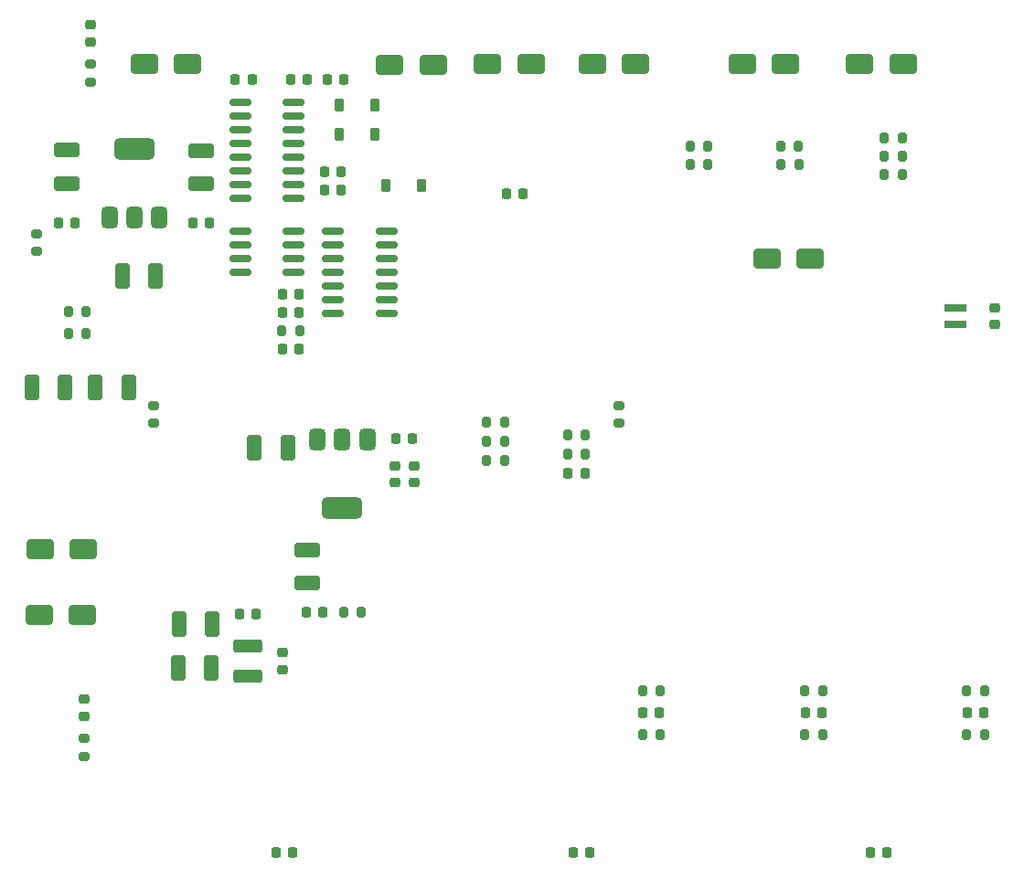
<source format=gbr>
%TF.GenerationSoftware,KiCad,Pcbnew,8.0.3*%
%TF.CreationDate,2025-01-02T00:06:58+08:00*%
%TF.ProjectId,Explorer,4578706c-6f72-4657-922e-6b696361645f,rev?*%
%TF.SameCoordinates,Original*%
%TF.FileFunction,Paste,Bot*%
%TF.FilePolarity,Positive*%
%FSLAX46Y46*%
G04 Gerber Fmt 4.6, Leading zero omitted, Abs format (unit mm)*
G04 Created by KiCad (PCBNEW 8.0.3) date 2025-01-02 00:06:58*
%MOMM*%
%LPD*%
G01*
G04 APERTURE LIST*
G04 Aperture macros list*
%AMRoundRect*
0 Rectangle with rounded corners*
0 $1 Rounding radius*
0 $2 $3 $4 $5 $6 $7 $8 $9 X,Y pos of 4 corners*
0 Add a 4 corners polygon primitive as box body*
4,1,4,$2,$3,$4,$5,$6,$7,$8,$9,$2,$3,0*
0 Add four circle primitives for the rounded corners*
1,1,$1+$1,$2,$3*
1,1,$1+$1,$4,$5*
1,1,$1+$1,$6,$7*
1,1,$1+$1,$8,$9*
0 Add four rect primitives between the rounded corners*
20,1,$1+$1,$2,$3,$4,$5,0*
20,1,$1+$1,$4,$5,$6,$7,0*
20,1,$1+$1,$6,$7,$8,$9,0*
20,1,$1+$1,$8,$9,$2,$3,0*%
G04 Aperture macros list end*
%ADD10RoundRect,0.250000X-0.925000X0.412500X-0.925000X-0.412500X0.925000X-0.412500X0.925000X0.412500X0*%
%ADD11RoundRect,0.200000X0.275000X-0.200000X0.275000X0.200000X-0.275000X0.200000X-0.275000X-0.200000X0*%
%ADD12RoundRect,0.200000X-0.200000X-0.275000X0.200000X-0.275000X0.200000X0.275000X-0.200000X0.275000X0*%
%ADD13RoundRect,0.225000X-0.250000X0.225000X-0.250000X-0.225000X0.250000X-0.225000X0.250000X0.225000X0*%
%ADD14RoundRect,0.225000X0.225000X0.250000X-0.225000X0.250000X-0.225000X-0.250000X0.225000X-0.250000X0*%
%ADD15RoundRect,0.250000X0.925000X-0.412500X0.925000X0.412500X-0.925000X0.412500X-0.925000X-0.412500X0*%
%ADD16RoundRect,0.200000X0.200000X0.275000X-0.200000X0.275000X-0.200000X-0.275000X0.200000X-0.275000X0*%
%ADD17RoundRect,0.225000X-0.225000X-0.250000X0.225000X-0.250000X0.225000X0.250000X-0.225000X0.250000X0*%
%ADD18RoundRect,0.250000X-0.412500X-0.925000X0.412500X-0.925000X0.412500X0.925000X-0.412500X0.925000X0*%
%ADD19RoundRect,0.250000X1.000000X0.650000X-1.000000X0.650000X-1.000000X-0.650000X1.000000X-0.650000X0*%
%ADD20RoundRect,0.200000X-0.275000X0.200000X-0.275000X-0.200000X0.275000X-0.200000X0.275000X0.200000X0*%
%ADD21R,2.000000X0.800000*%
%ADD22RoundRect,0.218750X0.256250X-0.218750X0.256250X0.218750X-0.256250X0.218750X-0.256250X-0.218750X0*%
%ADD23RoundRect,0.225000X-0.225000X-0.375000X0.225000X-0.375000X0.225000X0.375000X-0.225000X0.375000X0*%
%ADD24RoundRect,0.375000X0.375000X-0.625000X0.375000X0.625000X-0.375000X0.625000X-0.375000X-0.625000X0*%
%ADD25RoundRect,0.500000X1.400000X-0.500000X1.400000X0.500000X-1.400000X0.500000X-1.400000X-0.500000X0*%
%ADD26RoundRect,0.150000X0.825000X0.150000X-0.825000X0.150000X-0.825000X-0.150000X0.825000X-0.150000X0*%
%ADD27RoundRect,0.250000X-1.075000X0.375000X-1.075000X-0.375000X1.075000X-0.375000X1.075000X0.375000X0*%
%ADD28RoundRect,0.225000X0.250000X-0.225000X0.250000X0.225000X-0.250000X0.225000X-0.250000X-0.225000X0*%
%ADD29RoundRect,0.218750X0.218750X0.256250X-0.218750X0.256250X-0.218750X-0.256250X0.218750X-0.256250X0*%
%ADD30RoundRect,0.225000X0.225000X0.375000X-0.225000X0.375000X-0.225000X-0.375000X0.225000X-0.375000X0*%
%ADD31RoundRect,0.218750X-0.218750X-0.256250X0.218750X-0.256250X0.218750X0.256250X-0.218750X0.256250X0*%
%ADD32RoundRect,0.250000X-1.000000X-0.650000X1.000000X-0.650000X1.000000X0.650000X-1.000000X0.650000X0*%
%ADD33RoundRect,0.375000X-0.375000X0.625000X-0.375000X-0.625000X0.375000X-0.625000X0.375000X0.625000X0*%
%ADD34RoundRect,0.500000X-1.400000X0.500000X-1.400000X-0.500000X1.400000X-0.500000X1.400000X0.500000X0*%
G04 APERTURE END LIST*
D10*
%TO.C,C27*%
X63285000Y-79862500D03*
X63285000Y-82937500D03*
%TD*%
D11*
%TO.C,R12*%
X47987500Y-89225000D03*
X47987500Y-87575000D03*
%TD*%
D12*
%TO.C,R76*%
X104120000Y-129900000D03*
X105770000Y-129900000D03*
%TD*%
D13*
%TO.C,C4*%
X81180000Y-109052500D03*
X81180000Y-110602500D03*
%TD*%
D14*
%TO.C,C46*%
X76250000Y-81850000D03*
X74700000Y-81850000D03*
%TD*%
D15*
%TO.C,C24*%
X50830000Y-82892500D03*
X50830000Y-79817500D03*
%TD*%
D12*
%TO.C,R93*%
X89725000Y-106800000D03*
X91375000Y-106800000D03*
%TD*%
D14*
%TO.C,C34*%
X72325000Y-93150000D03*
X70775000Y-93150000D03*
%TD*%
%TO.C,C25*%
X51605000Y-86560000D03*
X50055000Y-86560000D03*
%TD*%
D16*
%TO.C,R8*%
X78097500Y-122650000D03*
X76447500Y-122650000D03*
%TD*%
D14*
%TO.C,C43*%
X67975000Y-73300000D03*
X66425000Y-73300000D03*
%TD*%
D10*
%TO.C,C12*%
X73090000Y-116872500D03*
X73090000Y-119947500D03*
%TD*%
D17*
%TO.C,C71*%
X97250000Y-109800000D03*
X98800000Y-109800000D03*
%TD*%
D16*
%TO.C,R96*%
X98850000Y-108000000D03*
X97200000Y-108000000D03*
%TD*%
D17*
%TO.C,C26*%
X62510000Y-86560000D03*
X64060000Y-86560000D03*
%TD*%
D12*
%TO.C,R92*%
X89725000Y-105025000D03*
X91375000Y-105025000D03*
%TD*%
D16*
%TO.C,R22*%
X72375000Y-96550000D03*
X70725000Y-96550000D03*
%TD*%
D18*
%TO.C,C22*%
X61150000Y-127800000D03*
X64225000Y-127800000D03*
%TD*%
D19*
%TO.C,D17*%
X117400000Y-71800000D03*
X113400000Y-71800000D03*
%TD*%
D17*
%TO.C,C62*%
X104170000Y-131935000D03*
X105720000Y-131935000D03*
%TD*%
D16*
%TO.C,R4*%
X52625000Y-94785000D03*
X50975000Y-94785000D03*
%TD*%
D17*
%TO.C,C37*%
X70775000Y-98250000D03*
X72325000Y-98250000D03*
%TD*%
D18*
%TO.C,C6*%
X53462500Y-101800000D03*
X56537500Y-101800000D03*
%TD*%
D20*
%TO.C,R13*%
X58900000Y-103475000D03*
X58900000Y-105125000D03*
%TD*%
D12*
%TO.C,R34*%
X116950000Y-81150000D03*
X118600000Y-81150000D03*
%TD*%
%TO.C,R32*%
X126525000Y-80375000D03*
X128175000Y-80375000D03*
%TD*%
D19*
%TO.C,D1*%
X52300000Y-122892500D03*
X48300000Y-122892500D03*
%TD*%
D18*
%TO.C,C2*%
X68207500Y-107390000D03*
X71282500Y-107390000D03*
%TD*%
D12*
%TO.C,R35*%
X116945000Y-79455000D03*
X118595000Y-79455000D03*
%TD*%
D21*
%TO.C,BT1*%
X133150000Y-95920000D03*
X133150000Y-94420000D03*
%TD*%
D16*
%TO.C,R86*%
X120825000Y-133970000D03*
X119175000Y-133970000D03*
%TD*%
D22*
%TO.C,D6*%
X53000000Y-69800000D03*
X53000000Y-68225000D03*
%TD*%
D23*
%TO.C,D15*%
X76050000Y-75620000D03*
X79350000Y-75620000D03*
%TD*%
D24*
%TO.C,U5*%
X59400000Y-86040000D03*
X57100000Y-86040000D03*
D25*
X57100000Y-79740000D03*
D24*
X54800000Y-86040000D03*
%TD*%
D12*
%TO.C,R78*%
X134175000Y-129900000D03*
X135825000Y-129900000D03*
%TD*%
D19*
%TO.C,D8*%
X93800000Y-71800000D03*
X89800000Y-71800000D03*
%TD*%
D20*
%TO.C,R11*%
X52450000Y-134347500D03*
X52450000Y-135997500D03*
%TD*%
D26*
%TO.C,U12*%
X71825000Y-75395000D03*
X71825000Y-76665000D03*
X71825000Y-77935000D03*
X71825000Y-79205000D03*
X71825000Y-80475000D03*
X71825000Y-81745000D03*
X71825000Y-83015000D03*
X71825000Y-84285000D03*
X66875000Y-84285000D03*
X66875000Y-83015000D03*
X66875000Y-81745000D03*
X66875000Y-80475000D03*
X66875000Y-79205000D03*
X66875000Y-77935000D03*
X66875000Y-76665000D03*
X66875000Y-75395000D03*
%TD*%
D16*
%TO.C,R95*%
X98850000Y-106200000D03*
X97200000Y-106200000D03*
%TD*%
D27*
%TO.C,L4*%
X67590000Y-125770000D03*
X67590000Y-128570000D03*
%TD*%
D18*
%TO.C,C21*%
X55962500Y-91500000D03*
X59037500Y-91500000D03*
%TD*%
D12*
%TO.C,R33*%
X126525000Y-82075000D03*
X128175000Y-82075000D03*
%TD*%
%TO.C,R94*%
X89725000Y-108575000D03*
X91375000Y-108575000D03*
%TD*%
D17*
%TO.C,C61*%
X70225000Y-144935000D03*
X71775000Y-144935000D03*
%TD*%
D12*
%TO.C,R77*%
X119175000Y-129900000D03*
X120825000Y-129900000D03*
%TD*%
D22*
%TO.C,D5*%
X52450000Y-132270000D03*
X52450000Y-130695000D03*
%TD*%
D13*
%TO.C,C18*%
X70830000Y-126395000D03*
X70830000Y-127945000D03*
%TD*%
D17*
%TO.C,C67*%
X119225000Y-131935000D03*
X120775000Y-131935000D03*
%TD*%
D19*
%TO.C,D7*%
X119655000Y-89870000D03*
X115655000Y-89870000D03*
%TD*%
D16*
%TO.C,R85*%
X105770000Y-133970000D03*
X104120000Y-133970000D03*
%TD*%
D17*
%TO.C,C42*%
X74935000Y-73300000D03*
X76485000Y-73300000D03*
%TD*%
D19*
%TO.C,D20*%
X84750000Y-71875000D03*
X80750000Y-71875000D03*
%TD*%
D28*
%TO.C,C29*%
X136750000Y-95945000D03*
X136750000Y-94395000D03*
%TD*%
D29*
%TO.C,R2*%
X82837500Y-106500000D03*
X81262500Y-106500000D03*
%TD*%
D12*
%TO.C,R29*%
X108550000Y-81150000D03*
X110200000Y-81150000D03*
%TD*%
D19*
%TO.C,D19*%
X62000000Y-71800000D03*
X58000000Y-71800000D03*
%TD*%
D11*
%TO.C,R97*%
X101920000Y-105125000D03*
X101920000Y-103475000D03*
%TD*%
D30*
%TO.C,D9*%
X83700000Y-83130000D03*
X80400000Y-83130000D03*
%TD*%
D12*
%TO.C,R30*%
X108550000Y-79455000D03*
X110200000Y-79455000D03*
%TD*%
D22*
%TO.C,R3*%
X82960000Y-110615000D03*
X82960000Y-109040000D03*
%TD*%
D26*
%TO.C,U10*%
X71825000Y-87350000D03*
X71825000Y-88620000D03*
X71825000Y-89890000D03*
X71825000Y-91160000D03*
X66875000Y-91160000D03*
X66875000Y-89890000D03*
X66875000Y-88620000D03*
X66875000Y-87350000D03*
%TD*%
D14*
%TO.C,C44*%
X73100000Y-73300000D03*
X71550000Y-73300000D03*
%TD*%
D31*
%TO.C,D4*%
X72975000Y-122650000D03*
X74550000Y-122650000D03*
%TD*%
D14*
%TO.C,C14*%
X68350000Y-122767500D03*
X66800000Y-122767500D03*
%TD*%
D32*
%TO.C,D2*%
X48345000Y-116800000D03*
X52345000Y-116800000D03*
%TD*%
D19*
%TO.C,D10*%
X103500000Y-71800000D03*
X99500000Y-71800000D03*
%TD*%
D17*
%TO.C,C45*%
X74700000Y-83550000D03*
X76250000Y-83550000D03*
%TD*%
%TO.C,C33*%
X70775000Y-94850000D03*
X72325000Y-94850000D03*
%TD*%
D12*
%TO.C,R1*%
X50975000Y-96800000D03*
X52625000Y-96800000D03*
%TD*%
D33*
%TO.C,U2*%
X74047500Y-106650000D03*
X76347500Y-106650000D03*
D34*
X76347500Y-112950000D03*
D33*
X78647500Y-106650000D03*
%TD*%
D17*
%TO.C,C66*%
X97725000Y-144935000D03*
X99275000Y-144935000D03*
%TD*%
%TO.C,C69*%
X134225000Y-131935000D03*
X135775000Y-131935000D03*
%TD*%
D11*
%TO.C,R14*%
X53000000Y-73480000D03*
X53000000Y-71830000D03*
%TD*%
D26*
%TO.C,U9*%
X80445000Y-87350000D03*
X80445000Y-88620000D03*
X80445000Y-89890000D03*
X80445000Y-91160000D03*
X80445000Y-92430000D03*
X80445000Y-93700000D03*
X80445000Y-94970000D03*
X75495000Y-94970000D03*
X75495000Y-93700000D03*
X75495000Y-92430000D03*
X75495000Y-91160000D03*
X75495000Y-89890000D03*
X75495000Y-88620000D03*
X75495000Y-87350000D03*
%TD*%
D16*
%TO.C,R87*%
X135825000Y-133970000D03*
X134175000Y-133970000D03*
%TD*%
D32*
%TO.C,D18*%
X124250000Y-71800000D03*
X128250000Y-71800000D03*
%TD*%
D12*
%TO.C,R31*%
X126525000Y-78675000D03*
X128175000Y-78675000D03*
%TD*%
D17*
%TO.C,C68*%
X125225000Y-144935000D03*
X126775000Y-144935000D03*
%TD*%
D23*
%TO.C,D16*%
X76050000Y-78350000D03*
X79350000Y-78350000D03*
%TD*%
D14*
%TO.C,C39*%
X93060000Y-83870000D03*
X91510000Y-83870000D03*
%TD*%
D18*
%TO.C,C20*%
X61195000Y-123687500D03*
X64270000Y-123687500D03*
%TD*%
%TO.C,C8*%
X47562500Y-101800000D03*
X50637500Y-101800000D03*
%TD*%
M02*

</source>
